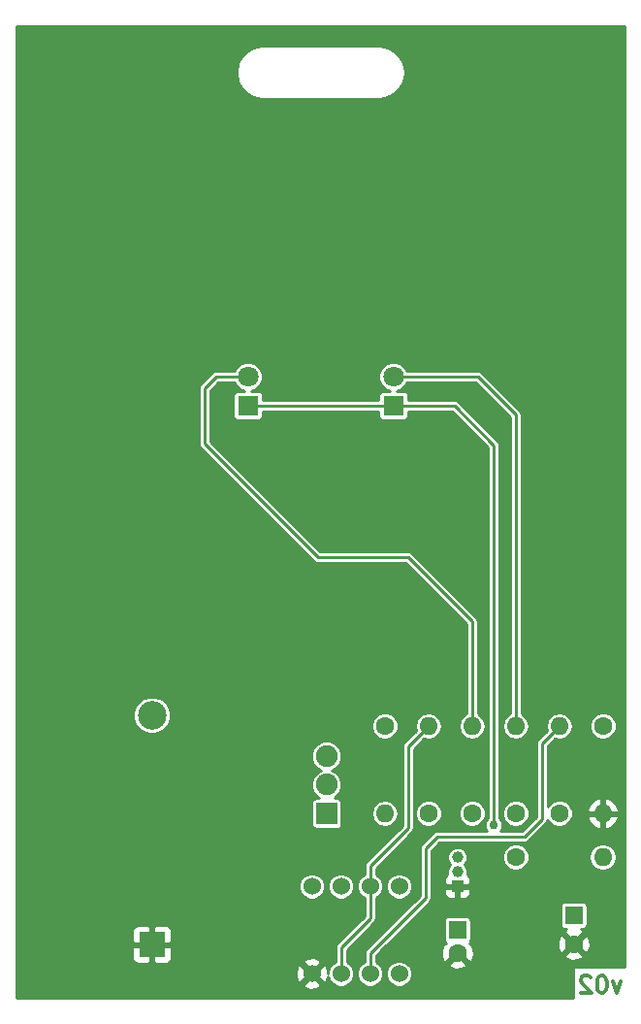
<source format=gbl>
G04 #@! TF.FileFunction,Copper,L2,Bot,Signal*
%FSLAX46Y46*%
G04 Gerber Fmt 4.6, Leading zero omitted, Abs format (unit mm)*
G04 Created by KiCad (PCBNEW 4.0.7) date 06/28/18 08:28:43*
%MOMM*%
%LPD*%
G01*
G04 APERTURE LIST*
%ADD10C,0.100000*%
%ADD11C,0.300000*%
%ADD12R,1.800000X1.800000*%
%ADD13C,1.800000*%
%ADD14C,1.524000*%
%ADD15R,1.600000X1.600000*%
%ADD16C,1.600000*%
%ADD17R,1.000000X1.000000*%
%ADD18C,1.000000*%
%ADD19O,1.600000X1.600000*%
%ADD20R,2.170000X2.170000*%
%ADD21C,2.500000*%
%ADD22R,1.900000X1.900000*%
%ADD23C,1.900000*%
%ADD24C,0.762000*%
%ADD25C,0.254000*%
G04 APERTURE END LIST*
D10*
D11*
X180125714Y-125154571D02*
X179768571Y-126154571D01*
X179411429Y-125154571D01*
X178554286Y-124654571D02*
X178411429Y-124654571D01*
X178268572Y-124726000D01*
X178197143Y-124797429D01*
X178125714Y-124940286D01*
X178054286Y-125226000D01*
X178054286Y-125583143D01*
X178125714Y-125868857D01*
X178197143Y-126011714D01*
X178268572Y-126083143D01*
X178411429Y-126154571D01*
X178554286Y-126154571D01*
X178697143Y-126083143D01*
X178768572Y-126011714D01*
X178840000Y-125868857D01*
X178911429Y-125583143D01*
X178911429Y-125226000D01*
X178840000Y-124940286D01*
X178768572Y-124797429D01*
X178697143Y-124726000D01*
X178554286Y-124654571D01*
X177482858Y-124797429D02*
X177411429Y-124726000D01*
X177268572Y-124654571D01*
X176911429Y-124654571D01*
X176768572Y-124726000D01*
X176697143Y-124797429D01*
X176625715Y-124940286D01*
X176625715Y-125083143D01*
X176697143Y-125297429D01*
X177554286Y-126154571D01*
X176625715Y-126154571D01*
D12*
X147574000Y-74930000D03*
D13*
X147574000Y-72390000D03*
D14*
X153162000Y-124460000D03*
X155702000Y-124460000D03*
X158242000Y-124460000D03*
X160782000Y-124460000D03*
X160782000Y-116840000D03*
X158242000Y-116840000D03*
X155702000Y-116840000D03*
X153162000Y-116840000D03*
D15*
X165862000Y-120650000D03*
D16*
X165862000Y-122650000D03*
D15*
X176022000Y-119380000D03*
D16*
X176022000Y-121880000D03*
D12*
X160274000Y-74930000D03*
D13*
X160274000Y-72390000D03*
D17*
X165862000Y-116840000D03*
D18*
X165862000Y-115570000D03*
X165862000Y-114300000D03*
D16*
X159512000Y-102870000D03*
D19*
X159512000Y-110490000D03*
D16*
X163322000Y-110490000D03*
D19*
X163322000Y-102870000D03*
D16*
X174752000Y-110490000D03*
D19*
X174752000Y-102870000D03*
D16*
X178562000Y-102870000D03*
D19*
X178562000Y-110490000D03*
D16*
X170942000Y-114300000D03*
D19*
X178562000Y-114300000D03*
D16*
X167132000Y-110490000D03*
D19*
X167132000Y-102870000D03*
D16*
X170942000Y-110490000D03*
D19*
X170942000Y-102870000D03*
D20*
X139192000Y-121920000D03*
D21*
X139192000Y-101920000D03*
D22*
X154432000Y-110490000D03*
D23*
X154432000Y-107990000D03*
X154432000Y-105490000D03*
D24*
X169037000Y-111506000D03*
D25*
X160274000Y-74930000D02*
X147574000Y-74930000D01*
X169037000Y-92329000D02*
X169037000Y-78359000D01*
X169037000Y-111506000D02*
X169037000Y-92329000D01*
X165608000Y-74930000D02*
X160274000Y-74930000D01*
X169037000Y-78359000D02*
X165608000Y-74930000D01*
X158242000Y-116840000D02*
X158242000Y-115062000D01*
X161544000Y-104648000D02*
X163322000Y-102870000D01*
X161544000Y-111760000D02*
X161544000Y-104648000D01*
X158242000Y-115062000D02*
X161544000Y-111760000D01*
X155702000Y-124460000D02*
X155702000Y-122174000D01*
X158242000Y-119634000D02*
X158242000Y-116840000D01*
X155702000Y-122174000D02*
X158242000Y-119634000D01*
X147574000Y-72390000D02*
X144780000Y-72390000D01*
X167132000Y-93726000D02*
X167132000Y-102870000D01*
X161544000Y-88138000D02*
X167132000Y-93726000D01*
X153670000Y-88138000D02*
X161544000Y-88138000D01*
X143764000Y-78232000D02*
X153670000Y-88138000D01*
X143764000Y-73406000D02*
X143764000Y-78232000D01*
X144780000Y-72390000D02*
X143764000Y-73406000D01*
X170942000Y-102870000D02*
X170942000Y-75692000D01*
X167640000Y-72390000D02*
X160274000Y-72390000D01*
X170942000Y-75692000D02*
X167640000Y-72390000D01*
X158242000Y-124460000D02*
X158242000Y-122682000D01*
X173228000Y-104394000D02*
X174752000Y-102870000D01*
X173228000Y-110998000D02*
X173228000Y-104394000D01*
X171704000Y-112522000D02*
X173228000Y-110998000D01*
X164084000Y-112522000D02*
X171704000Y-112522000D01*
X163068000Y-113538000D02*
X164084000Y-112522000D01*
X163068000Y-117856000D02*
X163068000Y-113538000D01*
X158242000Y-122682000D02*
X163068000Y-117856000D01*
G36*
X180454300Y-123895000D02*
X175959001Y-123895000D01*
X175959001Y-126606300D01*
X127393700Y-126606300D01*
X127393700Y-125440213D01*
X152361392Y-125440213D01*
X152430857Y-125682397D01*
X152954302Y-125869144D01*
X153509368Y-125841362D01*
X153893143Y-125682397D01*
X153962608Y-125440213D01*
X153162000Y-124639605D01*
X152361392Y-125440213D01*
X127393700Y-125440213D01*
X127393700Y-124252302D01*
X151752856Y-124252302D01*
X151780638Y-124807368D01*
X151939603Y-125191143D01*
X152181787Y-125260608D01*
X152982395Y-124460000D01*
X153341605Y-124460000D01*
X154142213Y-125260608D01*
X154384397Y-125191143D01*
X154561852Y-124693742D01*
X154732446Y-125106612D01*
X155053697Y-125428423D01*
X155473646Y-125602801D01*
X155928359Y-125603198D01*
X156348612Y-125429554D01*
X156670423Y-125108303D01*
X156844801Y-124688354D01*
X156845198Y-124233641D01*
X156671554Y-123813388D01*
X156350303Y-123491577D01*
X156210000Y-123433318D01*
X156210000Y-122384420D01*
X158601210Y-119993211D01*
X158711330Y-119828404D01*
X158711331Y-119828403D01*
X158750000Y-119634000D01*
X158750000Y-117866827D01*
X158888612Y-117809554D01*
X159210423Y-117488303D01*
X159384801Y-117068354D01*
X159384802Y-117066359D01*
X159638802Y-117066359D01*
X159812446Y-117486612D01*
X160133697Y-117808423D01*
X160553646Y-117982801D01*
X161008359Y-117983198D01*
X161428612Y-117809554D01*
X161750423Y-117488303D01*
X161924801Y-117068354D01*
X161925198Y-116613641D01*
X161751554Y-116193388D01*
X161430303Y-115871577D01*
X161010354Y-115697199D01*
X160555641Y-115696802D01*
X160135388Y-115870446D01*
X159813577Y-116191697D01*
X159639199Y-116611646D01*
X159638802Y-117066359D01*
X159384802Y-117066359D01*
X159385198Y-116613641D01*
X159211554Y-116193388D01*
X158890303Y-115871577D01*
X158750000Y-115813318D01*
X158750000Y-115272420D01*
X161903210Y-112119210D01*
X162013331Y-111954404D01*
X162052000Y-111760000D01*
X162052000Y-110723885D01*
X162140796Y-110723885D01*
X162320213Y-111158109D01*
X162652144Y-111490619D01*
X163086054Y-111670794D01*
X163555885Y-111671204D01*
X163990109Y-111491787D01*
X164322619Y-111159856D01*
X164502794Y-110725946D01*
X164502795Y-110723885D01*
X165950796Y-110723885D01*
X166130213Y-111158109D01*
X166462144Y-111490619D01*
X166896054Y-111670794D01*
X167365885Y-111671204D01*
X167800109Y-111491787D01*
X168132619Y-111159856D01*
X168312794Y-110725946D01*
X168313204Y-110256115D01*
X168133787Y-109821891D01*
X167801856Y-109489381D01*
X167367946Y-109309206D01*
X166898115Y-109308796D01*
X166463891Y-109488213D01*
X166131381Y-109820144D01*
X165951206Y-110254054D01*
X165950796Y-110723885D01*
X164502795Y-110723885D01*
X164503204Y-110256115D01*
X164323787Y-109821891D01*
X163991856Y-109489381D01*
X163557946Y-109309206D01*
X163088115Y-109308796D01*
X162653891Y-109488213D01*
X162321381Y-109820144D01*
X162141206Y-110254054D01*
X162140796Y-110723885D01*
X162052000Y-110723885D01*
X162052000Y-104858420D01*
X162916868Y-103993552D01*
X163322000Y-104074137D01*
X163773949Y-103984239D01*
X164157093Y-103728230D01*
X164413102Y-103345086D01*
X164503000Y-102893137D01*
X164503000Y-102846863D01*
X164413102Y-102394914D01*
X164157093Y-102011770D01*
X163773949Y-101755761D01*
X163322000Y-101665863D01*
X162870051Y-101755761D01*
X162486907Y-102011770D01*
X162230898Y-102394914D01*
X162141000Y-102846863D01*
X162141000Y-102893137D01*
X162213908Y-103259672D01*
X161184790Y-104288790D01*
X161074669Y-104453597D01*
X161036000Y-104648000D01*
X161036000Y-111549580D01*
X157882790Y-114702790D01*
X157772669Y-114867597D01*
X157734000Y-115062000D01*
X157734000Y-115813173D01*
X157595388Y-115870446D01*
X157273577Y-116191697D01*
X157099199Y-116611646D01*
X157098802Y-117066359D01*
X157272446Y-117486612D01*
X157593697Y-117808423D01*
X157734000Y-117866682D01*
X157734000Y-119423579D01*
X155342790Y-121814790D01*
X155232669Y-121979597D01*
X155194000Y-122174000D01*
X155194000Y-123433173D01*
X155055388Y-123490446D01*
X154733577Y-123811697D01*
X154559199Y-124231646D01*
X154559030Y-124425660D01*
X154543362Y-124112632D01*
X154384397Y-123728857D01*
X154142213Y-123659392D01*
X153341605Y-124460000D01*
X152982395Y-124460000D01*
X152181787Y-123659392D01*
X151939603Y-123728857D01*
X151752856Y-124252302D01*
X127393700Y-124252302D01*
X127393700Y-122205750D01*
X137472000Y-122205750D01*
X137472000Y-123131309D01*
X137568673Y-123364698D01*
X137747301Y-123543327D01*
X137980690Y-123640000D01*
X138906250Y-123640000D01*
X139065000Y-123481250D01*
X139065000Y-122047000D01*
X139319000Y-122047000D01*
X139319000Y-123481250D01*
X139477750Y-123640000D01*
X140403310Y-123640000D01*
X140636699Y-123543327D01*
X140700238Y-123479787D01*
X152361392Y-123479787D01*
X153162000Y-124280395D01*
X153962608Y-123479787D01*
X153893143Y-123237603D01*
X153369698Y-123050856D01*
X152814632Y-123078638D01*
X152430857Y-123237603D01*
X152361392Y-123479787D01*
X140700238Y-123479787D01*
X140815327Y-123364698D01*
X140912000Y-123131309D01*
X140912000Y-122205750D01*
X140753250Y-122047000D01*
X139319000Y-122047000D01*
X139065000Y-122047000D01*
X137630750Y-122047000D01*
X137472000Y-122205750D01*
X127393700Y-122205750D01*
X127393700Y-120708691D01*
X137472000Y-120708691D01*
X137472000Y-121634250D01*
X137630750Y-121793000D01*
X139065000Y-121793000D01*
X139065000Y-120358750D01*
X139319000Y-120358750D01*
X139319000Y-121793000D01*
X140753250Y-121793000D01*
X140912000Y-121634250D01*
X140912000Y-120708691D01*
X140815327Y-120475302D01*
X140636699Y-120296673D01*
X140403310Y-120200000D01*
X139477750Y-120200000D01*
X139319000Y-120358750D01*
X139065000Y-120358750D01*
X138906250Y-120200000D01*
X137980690Y-120200000D01*
X137747301Y-120296673D01*
X137568673Y-120475302D01*
X137472000Y-120708691D01*
X127393700Y-120708691D01*
X127393700Y-117066359D01*
X152018802Y-117066359D01*
X152192446Y-117486612D01*
X152513697Y-117808423D01*
X152933646Y-117982801D01*
X153388359Y-117983198D01*
X153808612Y-117809554D01*
X154130423Y-117488303D01*
X154304801Y-117068354D01*
X154304802Y-117066359D01*
X154558802Y-117066359D01*
X154732446Y-117486612D01*
X155053697Y-117808423D01*
X155473646Y-117982801D01*
X155928359Y-117983198D01*
X156348612Y-117809554D01*
X156670423Y-117488303D01*
X156844801Y-117068354D01*
X156845198Y-116613641D01*
X156671554Y-116193388D01*
X156350303Y-115871577D01*
X155930354Y-115697199D01*
X155475641Y-115696802D01*
X155055388Y-115870446D01*
X154733577Y-116191697D01*
X154559199Y-116611646D01*
X154558802Y-117066359D01*
X154304802Y-117066359D01*
X154305198Y-116613641D01*
X154131554Y-116193388D01*
X153810303Y-115871577D01*
X153390354Y-115697199D01*
X152935641Y-115696802D01*
X152515388Y-115870446D01*
X152193577Y-116191697D01*
X152019199Y-116611646D01*
X152018802Y-117066359D01*
X127393700Y-117066359D01*
X127393700Y-109540000D01*
X153093536Y-109540000D01*
X153093536Y-111440000D01*
X153120103Y-111581190D01*
X153203546Y-111710865D01*
X153330866Y-111797859D01*
X153482000Y-111828464D01*
X155382000Y-111828464D01*
X155523190Y-111801897D01*
X155652865Y-111718454D01*
X155739859Y-111591134D01*
X155770464Y-111440000D01*
X155770464Y-110466863D01*
X158331000Y-110466863D01*
X158331000Y-110513137D01*
X158420898Y-110965086D01*
X158676907Y-111348230D01*
X159060051Y-111604239D01*
X159512000Y-111694137D01*
X159963949Y-111604239D01*
X160347093Y-111348230D01*
X160603102Y-110965086D01*
X160693000Y-110513137D01*
X160693000Y-110466863D01*
X160603102Y-110014914D01*
X160347093Y-109631770D01*
X159963949Y-109375761D01*
X159512000Y-109285863D01*
X159060051Y-109375761D01*
X158676907Y-109631770D01*
X158420898Y-110014914D01*
X158331000Y-110466863D01*
X155770464Y-110466863D01*
X155770464Y-109540000D01*
X155743897Y-109398810D01*
X155660454Y-109269135D01*
X155533134Y-109182141D01*
X155382000Y-109151536D01*
X155106284Y-109151536D01*
X155184966Y-109119025D01*
X155559709Y-108744935D01*
X155762769Y-108255914D01*
X155763231Y-107726409D01*
X155561025Y-107237034D01*
X155186935Y-106862291D01*
X154892306Y-106739950D01*
X155184966Y-106619025D01*
X155559709Y-106244935D01*
X155762769Y-105755914D01*
X155763231Y-105226409D01*
X155561025Y-104737034D01*
X155186935Y-104362291D01*
X154697914Y-104159231D01*
X154168409Y-104158769D01*
X153679034Y-104360975D01*
X153304291Y-104735065D01*
X153101231Y-105224086D01*
X153100769Y-105753591D01*
X153302975Y-106242966D01*
X153677065Y-106617709D01*
X153971694Y-106740050D01*
X153679034Y-106860975D01*
X153304291Y-107235065D01*
X153101231Y-107724086D01*
X153100769Y-108253591D01*
X153302975Y-108742966D01*
X153677065Y-109117709D01*
X153758529Y-109151536D01*
X153482000Y-109151536D01*
X153340810Y-109178103D01*
X153211135Y-109261546D01*
X153124141Y-109388866D01*
X153093536Y-109540000D01*
X127393700Y-109540000D01*
X127393700Y-102243003D01*
X137560718Y-102243003D01*
X137808499Y-102842680D01*
X138266907Y-103301888D01*
X138866151Y-103550716D01*
X139515003Y-103551282D01*
X140114680Y-103303501D01*
X140314644Y-103103885D01*
X158330796Y-103103885D01*
X158510213Y-103538109D01*
X158842144Y-103870619D01*
X159276054Y-104050794D01*
X159745885Y-104051204D01*
X160180109Y-103871787D01*
X160512619Y-103539856D01*
X160692794Y-103105946D01*
X160693204Y-102636115D01*
X160513787Y-102201891D01*
X160181856Y-101869381D01*
X159747946Y-101689206D01*
X159278115Y-101688796D01*
X158843891Y-101868213D01*
X158511381Y-102200144D01*
X158331206Y-102634054D01*
X158330796Y-103103885D01*
X140314644Y-103103885D01*
X140573888Y-102845093D01*
X140822716Y-102245849D01*
X140823282Y-101596997D01*
X140575501Y-100997320D01*
X140117093Y-100538112D01*
X139517849Y-100289284D01*
X138868997Y-100288718D01*
X138269320Y-100536499D01*
X137810112Y-100994907D01*
X137561284Y-101594151D01*
X137560718Y-102243003D01*
X127393700Y-102243003D01*
X127393700Y-73406000D01*
X143256000Y-73406000D01*
X143256000Y-78232000D01*
X143294669Y-78426403D01*
X143404790Y-78591210D01*
X153310790Y-88497211D01*
X153475597Y-88607331D01*
X153670000Y-88646000D01*
X161333580Y-88646000D01*
X166624000Y-93936421D01*
X166624000Y-101793213D01*
X166296907Y-102011770D01*
X166040898Y-102394914D01*
X165951000Y-102846863D01*
X165951000Y-102893137D01*
X166040898Y-103345086D01*
X166296907Y-103728230D01*
X166680051Y-103984239D01*
X167132000Y-104074137D01*
X167583949Y-103984239D01*
X167967093Y-103728230D01*
X168223102Y-103345086D01*
X168313000Y-102893137D01*
X168313000Y-102846863D01*
X168223102Y-102394914D01*
X167967093Y-102011770D01*
X167640000Y-101793213D01*
X167640000Y-93726000D01*
X167601331Y-93531597D01*
X167601331Y-93531596D01*
X167491210Y-93366789D01*
X161903210Y-87778790D01*
X161738403Y-87668669D01*
X161544000Y-87630000D01*
X153880421Y-87630000D01*
X144272000Y-78021580D01*
X144272000Y-73616420D01*
X144990420Y-72898000D01*
X146397857Y-72898000D01*
X146487388Y-73114680D01*
X146847425Y-73475345D01*
X147247656Y-73641536D01*
X146674000Y-73641536D01*
X146532810Y-73668103D01*
X146403135Y-73751546D01*
X146316141Y-73878866D01*
X146285536Y-74030000D01*
X146285536Y-75830000D01*
X146312103Y-75971190D01*
X146395546Y-76100865D01*
X146522866Y-76187859D01*
X146674000Y-76218464D01*
X148474000Y-76218464D01*
X148615190Y-76191897D01*
X148744865Y-76108454D01*
X148831859Y-75981134D01*
X148862464Y-75830000D01*
X148862464Y-75438000D01*
X158985536Y-75438000D01*
X158985536Y-75830000D01*
X159012103Y-75971190D01*
X159095546Y-76100865D01*
X159222866Y-76187859D01*
X159374000Y-76218464D01*
X161174000Y-76218464D01*
X161315190Y-76191897D01*
X161444865Y-76108454D01*
X161531859Y-75981134D01*
X161562464Y-75830000D01*
X161562464Y-75438000D01*
X165397580Y-75438000D01*
X168529000Y-78569420D01*
X168529000Y-110936424D01*
X168391385Y-111073798D01*
X168275133Y-111353764D01*
X168274868Y-111656906D01*
X168390632Y-111937074D01*
X168467424Y-112014000D01*
X164084000Y-112014000D01*
X163889597Y-112052669D01*
X163724790Y-112162790D01*
X162708790Y-113178790D01*
X162598669Y-113343597D01*
X162560000Y-113538000D01*
X162560000Y-117645580D01*
X157882790Y-122322790D01*
X157772669Y-122487597D01*
X157734000Y-122682000D01*
X157734000Y-123433173D01*
X157595388Y-123490446D01*
X157273577Y-123811697D01*
X157099199Y-124231646D01*
X157098802Y-124686359D01*
X157272446Y-125106612D01*
X157593697Y-125428423D01*
X158013646Y-125602801D01*
X158468359Y-125603198D01*
X158888612Y-125429554D01*
X159210423Y-125108303D01*
X159384801Y-124688354D01*
X159384802Y-124686359D01*
X159638802Y-124686359D01*
X159812446Y-125106612D01*
X160133697Y-125428423D01*
X160553646Y-125602801D01*
X161008359Y-125603198D01*
X161428612Y-125429554D01*
X161750423Y-125108303D01*
X161924801Y-124688354D01*
X161925198Y-124233641D01*
X161751554Y-123813388D01*
X161596182Y-123657745D01*
X165033861Y-123657745D01*
X165107995Y-123903864D01*
X165645223Y-124096965D01*
X166215454Y-124069778D01*
X166616005Y-123903864D01*
X166690139Y-123657745D01*
X165862000Y-122829605D01*
X165033861Y-123657745D01*
X161596182Y-123657745D01*
X161430303Y-123491577D01*
X161010354Y-123317199D01*
X160555641Y-123316802D01*
X160135388Y-123490446D01*
X159813577Y-123811697D01*
X159639199Y-124231646D01*
X159638802Y-124686359D01*
X159384802Y-124686359D01*
X159385198Y-124233641D01*
X159211554Y-123813388D01*
X158890303Y-123491577D01*
X158750000Y-123433318D01*
X158750000Y-122892420D01*
X159209197Y-122433223D01*
X164415035Y-122433223D01*
X164442222Y-123003454D01*
X164608136Y-123404005D01*
X164854255Y-123478139D01*
X165682395Y-122650000D01*
X165668252Y-122635858D01*
X165847858Y-122456252D01*
X165862000Y-122470395D01*
X165876142Y-122456252D01*
X166055748Y-122635858D01*
X166041605Y-122650000D01*
X166869745Y-123478139D01*
X167115864Y-123404005D01*
X167301428Y-122887745D01*
X175193861Y-122887745D01*
X175267995Y-123133864D01*
X175805223Y-123326965D01*
X176375454Y-123299778D01*
X176776005Y-123133864D01*
X176850139Y-122887745D01*
X176022000Y-122059605D01*
X175193861Y-122887745D01*
X167301428Y-122887745D01*
X167308965Y-122866777D01*
X167281778Y-122296546D01*
X167115864Y-121895995D01*
X166869747Y-121821861D01*
X166984622Y-121706986D01*
X166962588Y-121684952D01*
X166977434Y-121663223D01*
X174575035Y-121663223D01*
X174602222Y-122233454D01*
X174768136Y-122634005D01*
X175014255Y-122708139D01*
X175842395Y-121880000D01*
X176201605Y-121880000D01*
X177029745Y-122708139D01*
X177275864Y-122634005D01*
X177468965Y-122096777D01*
X177441778Y-121526546D01*
X177275864Y-121125995D01*
X177029745Y-121051861D01*
X176201605Y-121880000D01*
X175842395Y-121880000D01*
X175014255Y-121051861D01*
X174768136Y-121125995D01*
X174575035Y-121663223D01*
X166977434Y-121663223D01*
X167019859Y-121601134D01*
X167050464Y-121450000D01*
X167050464Y-119850000D01*
X167023897Y-119708810D01*
X166940454Y-119579135D01*
X166813134Y-119492141D01*
X166662000Y-119461536D01*
X165062000Y-119461536D01*
X164920810Y-119488103D01*
X164791135Y-119571546D01*
X164704141Y-119698866D01*
X164673536Y-119850000D01*
X164673536Y-121450000D01*
X164700103Y-121591190D01*
X164760819Y-121685545D01*
X164739378Y-121706986D01*
X164854253Y-121821861D01*
X164608136Y-121895995D01*
X164415035Y-122433223D01*
X159209197Y-122433223D01*
X163062420Y-118580000D01*
X174833536Y-118580000D01*
X174833536Y-120180000D01*
X174860103Y-120321190D01*
X174943546Y-120450865D01*
X175070866Y-120537859D01*
X175222000Y-120568464D01*
X175407227Y-120568464D01*
X175267995Y-120626136D01*
X175193861Y-120872255D01*
X176022000Y-121700395D01*
X176850139Y-120872255D01*
X176776005Y-120626136D01*
X176615555Y-120568464D01*
X176822000Y-120568464D01*
X176963190Y-120541897D01*
X177092865Y-120458454D01*
X177179859Y-120331134D01*
X177210464Y-120180000D01*
X177210464Y-118580000D01*
X177183897Y-118438810D01*
X177100454Y-118309135D01*
X176973134Y-118222141D01*
X176822000Y-118191536D01*
X175222000Y-118191536D01*
X175080810Y-118218103D01*
X174951135Y-118301546D01*
X174864141Y-118428866D01*
X174833536Y-118580000D01*
X163062420Y-118580000D01*
X163427210Y-118215210D01*
X163537331Y-118050403D01*
X163576000Y-117856000D01*
X163576000Y-117125750D01*
X164727000Y-117125750D01*
X164727000Y-117466309D01*
X164823673Y-117699698D01*
X165002301Y-117878327D01*
X165235690Y-117975000D01*
X165576250Y-117975000D01*
X165735000Y-117816250D01*
X165735000Y-116967000D01*
X165989000Y-116967000D01*
X165989000Y-117816250D01*
X166147750Y-117975000D01*
X166488310Y-117975000D01*
X166721699Y-117878327D01*
X166900327Y-117699698D01*
X166997000Y-117466309D01*
X166997000Y-117125750D01*
X166838250Y-116967000D01*
X165989000Y-116967000D01*
X165735000Y-116967000D01*
X164885750Y-116967000D01*
X164727000Y-117125750D01*
X163576000Y-117125750D01*
X163576000Y-116213691D01*
X164727000Y-116213691D01*
X164727000Y-116554250D01*
X164885750Y-116713000D01*
X165735000Y-116713000D01*
X165735000Y-116693000D01*
X165989000Y-116693000D01*
X165989000Y-116713000D01*
X166838250Y-116713000D01*
X166997000Y-116554250D01*
X166997000Y-116213691D01*
X166900327Y-115980302D01*
X166721699Y-115801673D01*
X166720022Y-115800979D01*
X166742847Y-115746011D01*
X166743153Y-115395527D01*
X166609311Y-115071605D01*
X166472923Y-114934979D01*
X166608440Y-114799698D01*
X166718815Y-114533885D01*
X169760796Y-114533885D01*
X169940213Y-114968109D01*
X170272144Y-115300619D01*
X170706054Y-115480794D01*
X171175885Y-115481204D01*
X171610109Y-115301787D01*
X171942619Y-114969856D01*
X172122794Y-114535946D01*
X172122999Y-114300000D01*
X177357863Y-114300000D01*
X177447761Y-114751949D01*
X177703770Y-115135093D01*
X178086914Y-115391102D01*
X178538863Y-115481000D01*
X178585137Y-115481000D01*
X179037086Y-115391102D01*
X179420230Y-115135093D01*
X179676239Y-114751949D01*
X179766137Y-114300000D01*
X179676239Y-113848051D01*
X179420230Y-113464907D01*
X179037086Y-113208898D01*
X178585137Y-113119000D01*
X178538863Y-113119000D01*
X178086914Y-113208898D01*
X177703770Y-113464907D01*
X177447761Y-113848051D01*
X177357863Y-114300000D01*
X172122999Y-114300000D01*
X172123204Y-114066115D01*
X171943787Y-113631891D01*
X171611856Y-113299381D01*
X171177946Y-113119206D01*
X170708115Y-113118796D01*
X170273891Y-113298213D01*
X169941381Y-113630144D01*
X169761206Y-114064054D01*
X169760796Y-114533885D01*
X166718815Y-114533885D01*
X166742847Y-114476011D01*
X166743153Y-114125527D01*
X166609311Y-113801605D01*
X166361698Y-113553560D01*
X166038011Y-113419153D01*
X165687527Y-113418847D01*
X165363605Y-113552689D01*
X165115560Y-113800302D01*
X164981153Y-114123989D01*
X164980847Y-114474473D01*
X165114689Y-114798395D01*
X165251077Y-114935021D01*
X165115560Y-115070302D01*
X164981153Y-115393989D01*
X164980847Y-115744473D01*
X165004163Y-115800902D01*
X165002301Y-115801673D01*
X164823673Y-115980302D01*
X164727000Y-116213691D01*
X163576000Y-116213691D01*
X163576000Y-113748420D01*
X164294420Y-113030000D01*
X171704000Y-113030000D01*
X171898403Y-112991331D01*
X172063210Y-112881210D01*
X173587210Y-111357211D01*
X173697330Y-111192404D01*
X173697331Y-111192403D01*
X173719121Y-111082859D01*
X173750213Y-111158109D01*
X174082144Y-111490619D01*
X174516054Y-111670794D01*
X174985885Y-111671204D01*
X175420109Y-111491787D01*
X175752619Y-111159856D01*
X175885832Y-110839041D01*
X177170086Y-110839041D01*
X177409611Y-111345134D01*
X177824577Y-111721041D01*
X178212961Y-111881904D01*
X178435000Y-111759915D01*
X178435000Y-110617000D01*
X178689000Y-110617000D01*
X178689000Y-111759915D01*
X178911039Y-111881904D01*
X179299423Y-111721041D01*
X179714389Y-111345134D01*
X179953914Y-110839041D01*
X179832629Y-110617000D01*
X178689000Y-110617000D01*
X178435000Y-110617000D01*
X177291371Y-110617000D01*
X177170086Y-110839041D01*
X175885832Y-110839041D01*
X175932794Y-110725946D01*
X175933204Y-110256115D01*
X175885623Y-110140959D01*
X177170086Y-110140959D01*
X177291371Y-110363000D01*
X178435000Y-110363000D01*
X178435000Y-109220085D01*
X178689000Y-109220085D01*
X178689000Y-110363000D01*
X179832629Y-110363000D01*
X179953914Y-110140959D01*
X179714389Y-109634866D01*
X179299423Y-109258959D01*
X178911039Y-109098096D01*
X178689000Y-109220085D01*
X178435000Y-109220085D01*
X178212961Y-109098096D01*
X177824577Y-109258959D01*
X177409611Y-109634866D01*
X177170086Y-110140959D01*
X175885623Y-110140959D01*
X175753787Y-109821891D01*
X175421856Y-109489381D01*
X174987946Y-109309206D01*
X174518115Y-109308796D01*
X174083891Y-109488213D01*
X173751381Y-109820144D01*
X173736000Y-109857186D01*
X173736000Y-104604420D01*
X174346869Y-103993552D01*
X174752000Y-104074137D01*
X175203949Y-103984239D01*
X175587093Y-103728230D01*
X175843102Y-103345086D01*
X175891079Y-103103885D01*
X177380796Y-103103885D01*
X177560213Y-103538109D01*
X177892144Y-103870619D01*
X178326054Y-104050794D01*
X178795885Y-104051204D01*
X179230109Y-103871787D01*
X179562619Y-103539856D01*
X179742794Y-103105946D01*
X179743204Y-102636115D01*
X179563787Y-102201891D01*
X179231856Y-101869381D01*
X178797946Y-101689206D01*
X178328115Y-101688796D01*
X177893891Y-101868213D01*
X177561381Y-102200144D01*
X177381206Y-102634054D01*
X177380796Y-103103885D01*
X175891079Y-103103885D01*
X175933000Y-102893137D01*
X175933000Y-102846863D01*
X175843102Y-102394914D01*
X175587093Y-102011770D01*
X175203949Y-101755761D01*
X174752000Y-101665863D01*
X174300051Y-101755761D01*
X173916907Y-102011770D01*
X173660898Y-102394914D01*
X173571000Y-102846863D01*
X173571000Y-102893137D01*
X173643908Y-103259671D01*
X172868790Y-104034790D01*
X172758669Y-104199597D01*
X172720000Y-104394000D01*
X172720000Y-110787579D01*
X171493580Y-112014000D01*
X169606684Y-112014000D01*
X169682615Y-111938202D01*
X169798867Y-111658236D01*
X169799132Y-111355094D01*
X169683368Y-111074926D01*
X169545000Y-110936316D01*
X169545000Y-110723885D01*
X169760796Y-110723885D01*
X169940213Y-111158109D01*
X170272144Y-111490619D01*
X170706054Y-111670794D01*
X171175885Y-111671204D01*
X171610109Y-111491787D01*
X171942619Y-111159856D01*
X172122794Y-110725946D01*
X172123204Y-110256115D01*
X171943787Y-109821891D01*
X171611856Y-109489381D01*
X171177946Y-109309206D01*
X170708115Y-109308796D01*
X170273891Y-109488213D01*
X169941381Y-109820144D01*
X169761206Y-110254054D01*
X169760796Y-110723885D01*
X169545000Y-110723885D01*
X169545000Y-78359000D01*
X169506331Y-78164597D01*
X169506331Y-78164596D01*
X169396210Y-77999790D01*
X165967210Y-74570790D01*
X165802403Y-74460669D01*
X165608000Y-74422000D01*
X161562464Y-74422000D01*
X161562464Y-74030000D01*
X161535897Y-73888810D01*
X161452454Y-73759135D01*
X161325134Y-73672141D01*
X161174000Y-73641536D01*
X160599534Y-73641536D01*
X160998680Y-73476612D01*
X161359345Y-73116575D01*
X161450106Y-72898000D01*
X167429580Y-72898000D01*
X170434000Y-75902420D01*
X170434000Y-101793213D01*
X170106907Y-102011770D01*
X169850898Y-102394914D01*
X169761000Y-102846863D01*
X169761000Y-102893137D01*
X169850898Y-103345086D01*
X170106907Y-103728230D01*
X170490051Y-103984239D01*
X170942000Y-104074137D01*
X171393949Y-103984239D01*
X171777093Y-103728230D01*
X172033102Y-103345086D01*
X172123000Y-102893137D01*
X172123000Y-102846863D01*
X172033102Y-102394914D01*
X171777093Y-102011770D01*
X171450000Y-101793213D01*
X171450000Y-75692000D01*
X171411331Y-75497597D01*
X171411331Y-75497596D01*
X171301210Y-75332790D01*
X167999210Y-72030790D01*
X167834403Y-71920669D01*
X167640000Y-71882000D01*
X161450143Y-71882000D01*
X161360612Y-71665320D01*
X161000575Y-71304655D01*
X160529924Y-71109223D01*
X160020311Y-71108778D01*
X159549320Y-71303388D01*
X159188655Y-71663425D01*
X158993223Y-72134076D01*
X158992778Y-72643689D01*
X159187388Y-73114680D01*
X159547425Y-73475345D01*
X159947656Y-73641536D01*
X159374000Y-73641536D01*
X159232810Y-73668103D01*
X159103135Y-73751546D01*
X159016141Y-73878866D01*
X158985536Y-74030000D01*
X158985536Y-74422000D01*
X148862464Y-74422000D01*
X148862464Y-74030000D01*
X148835897Y-73888810D01*
X148752454Y-73759135D01*
X148625134Y-73672141D01*
X148474000Y-73641536D01*
X147899534Y-73641536D01*
X148298680Y-73476612D01*
X148659345Y-73116575D01*
X148854777Y-72645924D01*
X148855222Y-72136311D01*
X148660612Y-71665320D01*
X148300575Y-71304655D01*
X147829924Y-71109223D01*
X147320311Y-71108778D01*
X146849320Y-71303388D01*
X146488655Y-71663425D01*
X146397894Y-71882000D01*
X144780000Y-71882000D01*
X144585597Y-71920669D01*
X144420790Y-72030790D01*
X143404790Y-73046790D01*
X143294669Y-73211597D01*
X143256000Y-73406000D01*
X127393700Y-73406000D01*
X127393700Y-45770193D01*
X146552865Y-45770193D01*
X146552865Y-45923807D01*
X146697874Y-46652819D01*
X146732310Y-46735954D01*
X146756660Y-46794740D01*
X147169613Y-47412766D01*
X147278234Y-47521387D01*
X147896259Y-47934340D01*
X147979395Y-47968776D01*
X148038181Y-47993126D01*
X148767193Y-48138135D01*
X148805969Y-48138135D01*
X148844000Y-48145700D01*
X159004000Y-48145700D01*
X159042031Y-48138135D01*
X159080807Y-48138135D01*
X159809819Y-47993126D01*
X159892954Y-47958690D01*
X159951740Y-47934340D01*
X160569766Y-47521387D01*
X160678387Y-47412766D01*
X161091340Y-46794741D01*
X161125776Y-46711605D01*
X161150126Y-46652819D01*
X161295135Y-45923807D01*
X161295135Y-45770193D01*
X161150126Y-45041181D01*
X161125776Y-44982395D01*
X161091340Y-44899259D01*
X160678387Y-44281234D01*
X160569766Y-44172613D01*
X159951740Y-43759660D01*
X159863894Y-43723273D01*
X159809819Y-43700874D01*
X159080807Y-43555865D01*
X159042031Y-43555865D01*
X159004000Y-43548300D01*
X148844000Y-43548300D01*
X148805969Y-43555865D01*
X148767193Y-43555865D01*
X148038181Y-43700874D01*
X147984106Y-43723273D01*
X147896259Y-43759660D01*
X147278234Y-44172613D01*
X147169613Y-44281234D01*
X146756660Y-44899260D01*
X146756660Y-44899261D01*
X146697874Y-45041181D01*
X146552865Y-45770193D01*
X127393700Y-45770193D01*
X127393700Y-41795700D01*
X180454300Y-41795700D01*
X180454300Y-123895000D01*
X180454300Y-123895000D01*
G37*
X180454300Y-123895000D02*
X175959001Y-123895000D01*
X175959001Y-126606300D01*
X127393700Y-126606300D01*
X127393700Y-125440213D01*
X152361392Y-125440213D01*
X152430857Y-125682397D01*
X152954302Y-125869144D01*
X153509368Y-125841362D01*
X153893143Y-125682397D01*
X153962608Y-125440213D01*
X153162000Y-124639605D01*
X152361392Y-125440213D01*
X127393700Y-125440213D01*
X127393700Y-124252302D01*
X151752856Y-124252302D01*
X151780638Y-124807368D01*
X151939603Y-125191143D01*
X152181787Y-125260608D01*
X152982395Y-124460000D01*
X153341605Y-124460000D01*
X154142213Y-125260608D01*
X154384397Y-125191143D01*
X154561852Y-124693742D01*
X154732446Y-125106612D01*
X155053697Y-125428423D01*
X155473646Y-125602801D01*
X155928359Y-125603198D01*
X156348612Y-125429554D01*
X156670423Y-125108303D01*
X156844801Y-124688354D01*
X156845198Y-124233641D01*
X156671554Y-123813388D01*
X156350303Y-123491577D01*
X156210000Y-123433318D01*
X156210000Y-122384420D01*
X158601210Y-119993211D01*
X158711330Y-119828404D01*
X158711331Y-119828403D01*
X158750000Y-119634000D01*
X158750000Y-117866827D01*
X158888612Y-117809554D01*
X159210423Y-117488303D01*
X159384801Y-117068354D01*
X159384802Y-117066359D01*
X159638802Y-117066359D01*
X159812446Y-117486612D01*
X160133697Y-117808423D01*
X160553646Y-117982801D01*
X161008359Y-117983198D01*
X161428612Y-117809554D01*
X161750423Y-117488303D01*
X161924801Y-117068354D01*
X161925198Y-116613641D01*
X161751554Y-116193388D01*
X161430303Y-115871577D01*
X161010354Y-115697199D01*
X160555641Y-115696802D01*
X160135388Y-115870446D01*
X159813577Y-116191697D01*
X159639199Y-116611646D01*
X159638802Y-117066359D01*
X159384802Y-117066359D01*
X159385198Y-116613641D01*
X159211554Y-116193388D01*
X158890303Y-115871577D01*
X158750000Y-115813318D01*
X158750000Y-115272420D01*
X161903210Y-112119210D01*
X162013331Y-111954404D01*
X162052000Y-111760000D01*
X162052000Y-110723885D01*
X162140796Y-110723885D01*
X162320213Y-111158109D01*
X162652144Y-111490619D01*
X163086054Y-111670794D01*
X163555885Y-111671204D01*
X163990109Y-111491787D01*
X164322619Y-111159856D01*
X164502794Y-110725946D01*
X164502795Y-110723885D01*
X165950796Y-110723885D01*
X166130213Y-111158109D01*
X166462144Y-111490619D01*
X166896054Y-111670794D01*
X167365885Y-111671204D01*
X167800109Y-111491787D01*
X168132619Y-111159856D01*
X168312794Y-110725946D01*
X168313204Y-110256115D01*
X168133787Y-109821891D01*
X167801856Y-109489381D01*
X167367946Y-109309206D01*
X166898115Y-109308796D01*
X166463891Y-109488213D01*
X166131381Y-109820144D01*
X165951206Y-110254054D01*
X165950796Y-110723885D01*
X164502795Y-110723885D01*
X164503204Y-110256115D01*
X164323787Y-109821891D01*
X163991856Y-109489381D01*
X163557946Y-109309206D01*
X163088115Y-109308796D01*
X162653891Y-109488213D01*
X162321381Y-109820144D01*
X162141206Y-110254054D01*
X162140796Y-110723885D01*
X162052000Y-110723885D01*
X162052000Y-104858420D01*
X162916868Y-103993552D01*
X163322000Y-104074137D01*
X163773949Y-103984239D01*
X164157093Y-103728230D01*
X164413102Y-103345086D01*
X164503000Y-102893137D01*
X164503000Y-102846863D01*
X164413102Y-102394914D01*
X164157093Y-102011770D01*
X163773949Y-101755761D01*
X163322000Y-101665863D01*
X162870051Y-101755761D01*
X162486907Y-102011770D01*
X162230898Y-102394914D01*
X162141000Y-102846863D01*
X162141000Y-102893137D01*
X162213908Y-103259672D01*
X161184790Y-104288790D01*
X161074669Y-104453597D01*
X161036000Y-104648000D01*
X161036000Y-111549580D01*
X157882790Y-114702790D01*
X157772669Y-114867597D01*
X157734000Y-115062000D01*
X157734000Y-115813173D01*
X157595388Y-115870446D01*
X157273577Y-116191697D01*
X157099199Y-116611646D01*
X157098802Y-117066359D01*
X157272446Y-117486612D01*
X157593697Y-117808423D01*
X157734000Y-117866682D01*
X157734000Y-119423579D01*
X155342790Y-121814790D01*
X155232669Y-121979597D01*
X155194000Y-122174000D01*
X155194000Y-123433173D01*
X155055388Y-123490446D01*
X154733577Y-123811697D01*
X154559199Y-124231646D01*
X154559030Y-124425660D01*
X154543362Y-124112632D01*
X154384397Y-123728857D01*
X154142213Y-123659392D01*
X153341605Y-124460000D01*
X152982395Y-124460000D01*
X152181787Y-123659392D01*
X151939603Y-123728857D01*
X151752856Y-124252302D01*
X127393700Y-124252302D01*
X127393700Y-122205750D01*
X137472000Y-122205750D01*
X137472000Y-123131309D01*
X137568673Y-123364698D01*
X137747301Y-123543327D01*
X137980690Y-123640000D01*
X138906250Y-123640000D01*
X139065000Y-123481250D01*
X139065000Y-122047000D01*
X139319000Y-122047000D01*
X139319000Y-123481250D01*
X139477750Y-123640000D01*
X140403310Y-123640000D01*
X140636699Y-123543327D01*
X140700238Y-123479787D01*
X152361392Y-123479787D01*
X153162000Y-124280395D01*
X153962608Y-123479787D01*
X153893143Y-123237603D01*
X153369698Y-123050856D01*
X152814632Y-123078638D01*
X152430857Y-123237603D01*
X152361392Y-123479787D01*
X140700238Y-123479787D01*
X140815327Y-123364698D01*
X140912000Y-123131309D01*
X140912000Y-122205750D01*
X140753250Y-122047000D01*
X139319000Y-122047000D01*
X139065000Y-122047000D01*
X137630750Y-122047000D01*
X137472000Y-122205750D01*
X127393700Y-122205750D01*
X127393700Y-120708691D01*
X137472000Y-120708691D01*
X137472000Y-121634250D01*
X137630750Y-121793000D01*
X139065000Y-121793000D01*
X139065000Y-120358750D01*
X139319000Y-120358750D01*
X139319000Y-121793000D01*
X140753250Y-121793000D01*
X140912000Y-121634250D01*
X140912000Y-120708691D01*
X140815327Y-120475302D01*
X140636699Y-120296673D01*
X140403310Y-120200000D01*
X139477750Y-120200000D01*
X139319000Y-120358750D01*
X139065000Y-120358750D01*
X138906250Y-120200000D01*
X137980690Y-120200000D01*
X137747301Y-120296673D01*
X137568673Y-120475302D01*
X137472000Y-120708691D01*
X127393700Y-120708691D01*
X127393700Y-117066359D01*
X152018802Y-117066359D01*
X152192446Y-117486612D01*
X152513697Y-117808423D01*
X152933646Y-117982801D01*
X153388359Y-117983198D01*
X153808612Y-117809554D01*
X154130423Y-117488303D01*
X154304801Y-117068354D01*
X154304802Y-117066359D01*
X154558802Y-117066359D01*
X154732446Y-117486612D01*
X155053697Y-117808423D01*
X155473646Y-117982801D01*
X155928359Y-117983198D01*
X156348612Y-117809554D01*
X156670423Y-117488303D01*
X156844801Y-117068354D01*
X156845198Y-116613641D01*
X156671554Y-116193388D01*
X156350303Y-115871577D01*
X155930354Y-115697199D01*
X155475641Y-115696802D01*
X155055388Y-115870446D01*
X154733577Y-116191697D01*
X154559199Y-116611646D01*
X154558802Y-117066359D01*
X154304802Y-117066359D01*
X154305198Y-116613641D01*
X154131554Y-116193388D01*
X153810303Y-115871577D01*
X153390354Y-115697199D01*
X152935641Y-115696802D01*
X152515388Y-115870446D01*
X152193577Y-116191697D01*
X152019199Y-116611646D01*
X152018802Y-117066359D01*
X127393700Y-117066359D01*
X127393700Y-109540000D01*
X153093536Y-109540000D01*
X153093536Y-111440000D01*
X153120103Y-111581190D01*
X153203546Y-111710865D01*
X153330866Y-111797859D01*
X153482000Y-111828464D01*
X155382000Y-111828464D01*
X155523190Y-111801897D01*
X155652865Y-111718454D01*
X155739859Y-111591134D01*
X155770464Y-111440000D01*
X155770464Y-110466863D01*
X158331000Y-110466863D01*
X158331000Y-110513137D01*
X158420898Y-110965086D01*
X158676907Y-111348230D01*
X159060051Y-111604239D01*
X159512000Y-111694137D01*
X159963949Y-111604239D01*
X160347093Y-111348230D01*
X160603102Y-110965086D01*
X160693000Y-110513137D01*
X160693000Y-110466863D01*
X160603102Y-110014914D01*
X160347093Y-109631770D01*
X159963949Y-109375761D01*
X159512000Y-109285863D01*
X159060051Y-109375761D01*
X158676907Y-109631770D01*
X158420898Y-110014914D01*
X158331000Y-110466863D01*
X155770464Y-110466863D01*
X155770464Y-109540000D01*
X155743897Y-109398810D01*
X155660454Y-109269135D01*
X155533134Y-109182141D01*
X155382000Y-109151536D01*
X155106284Y-109151536D01*
X155184966Y-109119025D01*
X155559709Y-108744935D01*
X155762769Y-108255914D01*
X155763231Y-107726409D01*
X155561025Y-107237034D01*
X155186935Y-106862291D01*
X154892306Y-106739950D01*
X155184966Y-106619025D01*
X155559709Y-106244935D01*
X155762769Y-105755914D01*
X155763231Y-105226409D01*
X155561025Y-104737034D01*
X155186935Y-104362291D01*
X154697914Y-104159231D01*
X154168409Y-104158769D01*
X153679034Y-104360975D01*
X153304291Y-104735065D01*
X153101231Y-105224086D01*
X153100769Y-105753591D01*
X153302975Y-106242966D01*
X153677065Y-106617709D01*
X153971694Y-106740050D01*
X153679034Y-106860975D01*
X153304291Y-107235065D01*
X153101231Y-107724086D01*
X153100769Y-108253591D01*
X153302975Y-108742966D01*
X153677065Y-109117709D01*
X153758529Y-109151536D01*
X153482000Y-109151536D01*
X153340810Y-109178103D01*
X153211135Y-109261546D01*
X153124141Y-109388866D01*
X153093536Y-109540000D01*
X127393700Y-109540000D01*
X127393700Y-102243003D01*
X137560718Y-102243003D01*
X137808499Y-102842680D01*
X138266907Y-103301888D01*
X138866151Y-103550716D01*
X139515003Y-103551282D01*
X140114680Y-103303501D01*
X140314644Y-103103885D01*
X158330796Y-103103885D01*
X158510213Y-103538109D01*
X158842144Y-103870619D01*
X159276054Y-104050794D01*
X159745885Y-104051204D01*
X160180109Y-103871787D01*
X160512619Y-103539856D01*
X160692794Y-103105946D01*
X160693204Y-102636115D01*
X160513787Y-102201891D01*
X160181856Y-101869381D01*
X159747946Y-101689206D01*
X159278115Y-101688796D01*
X158843891Y-101868213D01*
X158511381Y-102200144D01*
X158331206Y-102634054D01*
X158330796Y-103103885D01*
X140314644Y-103103885D01*
X140573888Y-102845093D01*
X140822716Y-102245849D01*
X140823282Y-101596997D01*
X140575501Y-100997320D01*
X140117093Y-100538112D01*
X139517849Y-100289284D01*
X138868997Y-100288718D01*
X138269320Y-100536499D01*
X137810112Y-100994907D01*
X137561284Y-101594151D01*
X137560718Y-102243003D01*
X127393700Y-102243003D01*
X127393700Y-73406000D01*
X143256000Y-73406000D01*
X143256000Y-78232000D01*
X143294669Y-78426403D01*
X143404790Y-78591210D01*
X153310790Y-88497211D01*
X153475597Y-88607331D01*
X153670000Y-88646000D01*
X161333580Y-88646000D01*
X166624000Y-93936421D01*
X166624000Y-101793213D01*
X166296907Y-102011770D01*
X166040898Y-102394914D01*
X165951000Y-102846863D01*
X165951000Y-102893137D01*
X166040898Y-103345086D01*
X166296907Y-103728230D01*
X166680051Y-103984239D01*
X167132000Y-104074137D01*
X167583949Y-103984239D01*
X167967093Y-103728230D01*
X168223102Y-103345086D01*
X168313000Y-102893137D01*
X168313000Y-102846863D01*
X168223102Y-102394914D01*
X167967093Y-102011770D01*
X167640000Y-101793213D01*
X167640000Y-93726000D01*
X167601331Y-93531597D01*
X167601331Y-93531596D01*
X167491210Y-93366789D01*
X161903210Y-87778790D01*
X161738403Y-87668669D01*
X161544000Y-87630000D01*
X153880421Y-87630000D01*
X144272000Y-78021580D01*
X144272000Y-73616420D01*
X144990420Y-72898000D01*
X146397857Y-72898000D01*
X146487388Y-73114680D01*
X146847425Y-73475345D01*
X147247656Y-73641536D01*
X146674000Y-73641536D01*
X146532810Y-73668103D01*
X146403135Y-73751546D01*
X146316141Y-73878866D01*
X146285536Y-74030000D01*
X146285536Y-75830000D01*
X146312103Y-75971190D01*
X146395546Y-76100865D01*
X146522866Y-76187859D01*
X146674000Y-76218464D01*
X148474000Y-76218464D01*
X148615190Y-76191897D01*
X148744865Y-76108454D01*
X148831859Y-75981134D01*
X148862464Y-75830000D01*
X148862464Y-75438000D01*
X158985536Y-75438000D01*
X158985536Y-75830000D01*
X159012103Y-75971190D01*
X159095546Y-76100865D01*
X159222866Y-76187859D01*
X159374000Y-76218464D01*
X161174000Y-76218464D01*
X161315190Y-76191897D01*
X161444865Y-76108454D01*
X161531859Y-75981134D01*
X161562464Y-75830000D01*
X161562464Y-75438000D01*
X165397580Y-75438000D01*
X168529000Y-78569420D01*
X168529000Y-110936424D01*
X168391385Y-111073798D01*
X168275133Y-111353764D01*
X168274868Y-111656906D01*
X168390632Y-111937074D01*
X168467424Y-112014000D01*
X164084000Y-112014000D01*
X163889597Y-112052669D01*
X163724790Y-112162790D01*
X162708790Y-113178790D01*
X162598669Y-113343597D01*
X162560000Y-113538000D01*
X162560000Y-117645580D01*
X157882790Y-122322790D01*
X157772669Y-122487597D01*
X157734000Y-122682000D01*
X157734000Y-123433173D01*
X157595388Y-123490446D01*
X157273577Y-123811697D01*
X157099199Y-124231646D01*
X157098802Y-124686359D01*
X157272446Y-125106612D01*
X157593697Y-125428423D01*
X158013646Y-125602801D01*
X158468359Y-125603198D01*
X158888612Y-125429554D01*
X159210423Y-125108303D01*
X159384801Y-124688354D01*
X159384802Y-124686359D01*
X159638802Y-124686359D01*
X159812446Y-125106612D01*
X160133697Y-125428423D01*
X160553646Y-125602801D01*
X161008359Y-125603198D01*
X161428612Y-125429554D01*
X161750423Y-125108303D01*
X161924801Y-124688354D01*
X161925198Y-124233641D01*
X161751554Y-123813388D01*
X161596182Y-123657745D01*
X165033861Y-123657745D01*
X165107995Y-123903864D01*
X165645223Y-124096965D01*
X166215454Y-124069778D01*
X166616005Y-123903864D01*
X166690139Y-123657745D01*
X165862000Y-122829605D01*
X165033861Y-123657745D01*
X161596182Y-123657745D01*
X161430303Y-123491577D01*
X161010354Y-123317199D01*
X160555641Y-123316802D01*
X160135388Y-123490446D01*
X159813577Y-123811697D01*
X159639199Y-124231646D01*
X159638802Y-124686359D01*
X159384802Y-124686359D01*
X159385198Y-124233641D01*
X159211554Y-123813388D01*
X158890303Y-123491577D01*
X158750000Y-123433318D01*
X158750000Y-122892420D01*
X159209197Y-122433223D01*
X164415035Y-122433223D01*
X164442222Y-123003454D01*
X164608136Y-123404005D01*
X164854255Y-123478139D01*
X165682395Y-122650000D01*
X165668252Y-122635858D01*
X165847858Y-122456252D01*
X165862000Y-122470395D01*
X165876142Y-122456252D01*
X166055748Y-122635858D01*
X166041605Y-122650000D01*
X166869745Y-123478139D01*
X167115864Y-123404005D01*
X167301428Y-122887745D01*
X175193861Y-122887745D01*
X175267995Y-123133864D01*
X175805223Y-123326965D01*
X176375454Y-123299778D01*
X176776005Y-123133864D01*
X176850139Y-122887745D01*
X176022000Y-122059605D01*
X175193861Y-122887745D01*
X167301428Y-122887745D01*
X167308965Y-122866777D01*
X167281778Y-122296546D01*
X167115864Y-121895995D01*
X166869747Y-121821861D01*
X166984622Y-121706986D01*
X166962588Y-121684952D01*
X166977434Y-121663223D01*
X174575035Y-121663223D01*
X174602222Y-122233454D01*
X174768136Y-122634005D01*
X175014255Y-122708139D01*
X175842395Y-121880000D01*
X176201605Y-121880000D01*
X177029745Y-122708139D01*
X177275864Y-122634005D01*
X177468965Y-122096777D01*
X177441778Y-121526546D01*
X177275864Y-121125995D01*
X177029745Y-121051861D01*
X176201605Y-121880000D01*
X175842395Y-121880000D01*
X175014255Y-121051861D01*
X174768136Y-121125995D01*
X174575035Y-121663223D01*
X166977434Y-121663223D01*
X167019859Y-121601134D01*
X167050464Y-121450000D01*
X167050464Y-119850000D01*
X167023897Y-119708810D01*
X166940454Y-119579135D01*
X166813134Y-119492141D01*
X166662000Y-119461536D01*
X165062000Y-119461536D01*
X164920810Y-119488103D01*
X164791135Y-119571546D01*
X164704141Y-119698866D01*
X164673536Y-119850000D01*
X164673536Y-121450000D01*
X164700103Y-121591190D01*
X164760819Y-121685545D01*
X164739378Y-121706986D01*
X164854253Y-121821861D01*
X164608136Y-121895995D01*
X164415035Y-122433223D01*
X159209197Y-122433223D01*
X163062420Y-118580000D01*
X174833536Y-118580000D01*
X174833536Y-120180000D01*
X174860103Y-120321190D01*
X174943546Y-120450865D01*
X175070866Y-120537859D01*
X175222000Y-120568464D01*
X175407227Y-120568464D01*
X175267995Y-120626136D01*
X175193861Y-120872255D01*
X176022000Y-121700395D01*
X176850139Y-120872255D01*
X176776005Y-120626136D01*
X176615555Y-120568464D01*
X176822000Y-120568464D01*
X176963190Y-120541897D01*
X177092865Y-120458454D01*
X177179859Y-120331134D01*
X177210464Y-120180000D01*
X177210464Y-118580000D01*
X177183897Y-118438810D01*
X177100454Y-118309135D01*
X176973134Y-118222141D01*
X176822000Y-118191536D01*
X175222000Y-118191536D01*
X175080810Y-118218103D01*
X174951135Y-118301546D01*
X174864141Y-118428866D01*
X174833536Y-118580000D01*
X163062420Y-118580000D01*
X163427210Y-118215210D01*
X163537331Y-118050403D01*
X163576000Y-117856000D01*
X163576000Y-117125750D01*
X164727000Y-117125750D01*
X164727000Y-117466309D01*
X164823673Y-117699698D01*
X165002301Y-117878327D01*
X165235690Y-117975000D01*
X165576250Y-117975000D01*
X165735000Y-117816250D01*
X165735000Y-116967000D01*
X165989000Y-116967000D01*
X165989000Y-117816250D01*
X166147750Y-117975000D01*
X166488310Y-117975000D01*
X166721699Y-117878327D01*
X166900327Y-117699698D01*
X166997000Y-117466309D01*
X166997000Y-117125750D01*
X166838250Y-116967000D01*
X165989000Y-116967000D01*
X165735000Y-116967000D01*
X164885750Y-116967000D01*
X164727000Y-117125750D01*
X163576000Y-117125750D01*
X163576000Y-116213691D01*
X164727000Y-116213691D01*
X164727000Y-116554250D01*
X164885750Y-116713000D01*
X165735000Y-116713000D01*
X165735000Y-116693000D01*
X165989000Y-116693000D01*
X165989000Y-116713000D01*
X166838250Y-116713000D01*
X166997000Y-116554250D01*
X166997000Y-116213691D01*
X166900327Y-115980302D01*
X166721699Y-115801673D01*
X166720022Y-115800979D01*
X166742847Y-115746011D01*
X166743153Y-115395527D01*
X166609311Y-115071605D01*
X166472923Y-114934979D01*
X166608440Y-114799698D01*
X166718815Y-114533885D01*
X169760796Y-114533885D01*
X169940213Y-114968109D01*
X170272144Y-115300619D01*
X170706054Y-115480794D01*
X171175885Y-115481204D01*
X171610109Y-115301787D01*
X171942619Y-114969856D01*
X172122794Y-114535946D01*
X172122999Y-114300000D01*
X177357863Y-114300000D01*
X177447761Y-114751949D01*
X177703770Y-115135093D01*
X178086914Y-115391102D01*
X178538863Y-115481000D01*
X178585137Y-115481000D01*
X179037086Y-115391102D01*
X179420230Y-115135093D01*
X179676239Y-114751949D01*
X179766137Y-114300000D01*
X179676239Y-113848051D01*
X179420230Y-113464907D01*
X179037086Y-113208898D01*
X178585137Y-113119000D01*
X178538863Y-113119000D01*
X178086914Y-113208898D01*
X177703770Y-113464907D01*
X177447761Y-113848051D01*
X177357863Y-114300000D01*
X172122999Y-114300000D01*
X172123204Y-114066115D01*
X171943787Y-113631891D01*
X171611856Y-113299381D01*
X171177946Y-113119206D01*
X170708115Y-113118796D01*
X170273891Y-113298213D01*
X169941381Y-113630144D01*
X169761206Y-114064054D01*
X169760796Y-114533885D01*
X166718815Y-114533885D01*
X166742847Y-114476011D01*
X166743153Y-114125527D01*
X166609311Y-113801605D01*
X166361698Y-113553560D01*
X166038011Y-113419153D01*
X165687527Y-113418847D01*
X165363605Y-113552689D01*
X165115560Y-113800302D01*
X164981153Y-114123989D01*
X164980847Y-114474473D01*
X165114689Y-114798395D01*
X165251077Y-114935021D01*
X165115560Y-115070302D01*
X164981153Y-115393989D01*
X164980847Y-115744473D01*
X165004163Y-115800902D01*
X165002301Y-115801673D01*
X164823673Y-115980302D01*
X164727000Y-116213691D01*
X163576000Y-116213691D01*
X163576000Y-113748420D01*
X164294420Y-113030000D01*
X171704000Y-113030000D01*
X171898403Y-112991331D01*
X172063210Y-112881210D01*
X173587210Y-111357211D01*
X173697330Y-111192404D01*
X173697331Y-111192403D01*
X173719121Y-111082859D01*
X173750213Y-111158109D01*
X174082144Y-111490619D01*
X174516054Y-111670794D01*
X174985885Y-111671204D01*
X175420109Y-111491787D01*
X175752619Y-111159856D01*
X175885832Y-110839041D01*
X177170086Y-110839041D01*
X177409611Y-111345134D01*
X177824577Y-111721041D01*
X178212961Y-111881904D01*
X178435000Y-111759915D01*
X178435000Y-110617000D01*
X178689000Y-110617000D01*
X178689000Y-111759915D01*
X178911039Y-111881904D01*
X179299423Y-111721041D01*
X179714389Y-111345134D01*
X179953914Y-110839041D01*
X179832629Y-110617000D01*
X178689000Y-110617000D01*
X178435000Y-110617000D01*
X177291371Y-110617000D01*
X177170086Y-110839041D01*
X175885832Y-110839041D01*
X175932794Y-110725946D01*
X175933204Y-110256115D01*
X175885623Y-110140959D01*
X177170086Y-110140959D01*
X177291371Y-110363000D01*
X178435000Y-110363000D01*
X178435000Y-109220085D01*
X178689000Y-109220085D01*
X178689000Y-110363000D01*
X179832629Y-110363000D01*
X179953914Y-110140959D01*
X179714389Y-109634866D01*
X179299423Y-109258959D01*
X178911039Y-109098096D01*
X178689000Y-109220085D01*
X178435000Y-109220085D01*
X178212961Y-109098096D01*
X177824577Y-109258959D01*
X177409611Y-109634866D01*
X177170086Y-110140959D01*
X175885623Y-110140959D01*
X175753787Y-109821891D01*
X175421856Y-109489381D01*
X174987946Y-109309206D01*
X174518115Y-109308796D01*
X174083891Y-109488213D01*
X173751381Y-109820144D01*
X173736000Y-109857186D01*
X173736000Y-104604420D01*
X174346869Y-103993552D01*
X174752000Y-104074137D01*
X175203949Y-103984239D01*
X175587093Y-103728230D01*
X175843102Y-103345086D01*
X175891079Y-103103885D01*
X177380796Y-103103885D01*
X177560213Y-103538109D01*
X177892144Y-103870619D01*
X178326054Y-104050794D01*
X178795885Y-104051204D01*
X179230109Y-103871787D01*
X179562619Y-103539856D01*
X179742794Y-103105946D01*
X179743204Y-102636115D01*
X179563787Y-102201891D01*
X179231856Y-101869381D01*
X178797946Y-101689206D01*
X178328115Y-101688796D01*
X177893891Y-101868213D01*
X177561381Y-102200144D01*
X177381206Y-102634054D01*
X177380796Y-103103885D01*
X175891079Y-103103885D01*
X175933000Y-102893137D01*
X175933000Y-102846863D01*
X175843102Y-102394914D01*
X175587093Y-102011770D01*
X175203949Y-101755761D01*
X174752000Y-101665863D01*
X174300051Y-101755761D01*
X173916907Y-102011770D01*
X173660898Y-102394914D01*
X173571000Y-102846863D01*
X173571000Y-102893137D01*
X173643908Y-103259671D01*
X172868790Y-104034790D01*
X172758669Y-104199597D01*
X172720000Y-104394000D01*
X172720000Y-110787579D01*
X171493580Y-112014000D01*
X169606684Y-112014000D01*
X169682615Y-111938202D01*
X169798867Y-111658236D01*
X169799132Y-111355094D01*
X169683368Y-111074926D01*
X169545000Y-110936316D01*
X169545000Y-110723885D01*
X169760796Y-110723885D01*
X169940213Y-111158109D01*
X170272144Y-111490619D01*
X170706054Y-111670794D01*
X171175885Y-111671204D01*
X171610109Y-111491787D01*
X171942619Y-111159856D01*
X172122794Y-110725946D01*
X172123204Y-110256115D01*
X171943787Y-109821891D01*
X171611856Y-109489381D01*
X171177946Y-109309206D01*
X170708115Y-109308796D01*
X170273891Y-109488213D01*
X169941381Y-109820144D01*
X169761206Y-110254054D01*
X169760796Y-110723885D01*
X169545000Y-110723885D01*
X169545000Y-78359000D01*
X169506331Y-78164597D01*
X169506331Y-78164596D01*
X169396210Y-77999790D01*
X165967210Y-74570790D01*
X165802403Y-74460669D01*
X165608000Y-74422000D01*
X161562464Y-74422000D01*
X161562464Y-74030000D01*
X161535897Y-73888810D01*
X161452454Y-73759135D01*
X161325134Y-73672141D01*
X161174000Y-73641536D01*
X160599534Y-73641536D01*
X160998680Y-73476612D01*
X161359345Y-73116575D01*
X161450106Y-72898000D01*
X167429580Y-72898000D01*
X170434000Y-75902420D01*
X170434000Y-101793213D01*
X170106907Y-102011770D01*
X169850898Y-102394914D01*
X169761000Y-102846863D01*
X169761000Y-102893137D01*
X169850898Y-103345086D01*
X170106907Y-103728230D01*
X170490051Y-103984239D01*
X170942000Y-104074137D01*
X171393949Y-103984239D01*
X171777093Y-103728230D01*
X172033102Y-103345086D01*
X172123000Y-102893137D01*
X172123000Y-102846863D01*
X172033102Y-102394914D01*
X171777093Y-102011770D01*
X171450000Y-101793213D01*
X171450000Y-75692000D01*
X171411331Y-75497597D01*
X171411331Y-75497596D01*
X171301210Y-75332790D01*
X167999210Y-72030790D01*
X167834403Y-71920669D01*
X167640000Y-71882000D01*
X161450143Y-71882000D01*
X161360612Y-71665320D01*
X161000575Y-71304655D01*
X160529924Y-71109223D01*
X160020311Y-71108778D01*
X159549320Y-71303388D01*
X159188655Y-71663425D01*
X158993223Y-72134076D01*
X158992778Y-72643689D01*
X159187388Y-73114680D01*
X159547425Y-73475345D01*
X159947656Y-73641536D01*
X159374000Y-73641536D01*
X159232810Y-73668103D01*
X159103135Y-73751546D01*
X159016141Y-73878866D01*
X158985536Y-74030000D01*
X158985536Y-74422000D01*
X148862464Y-74422000D01*
X148862464Y-74030000D01*
X148835897Y-73888810D01*
X148752454Y-73759135D01*
X148625134Y-73672141D01*
X148474000Y-73641536D01*
X147899534Y-73641536D01*
X148298680Y-73476612D01*
X148659345Y-73116575D01*
X148854777Y-72645924D01*
X148855222Y-72136311D01*
X148660612Y-71665320D01*
X148300575Y-71304655D01*
X147829924Y-71109223D01*
X147320311Y-71108778D01*
X146849320Y-71303388D01*
X146488655Y-71663425D01*
X146397894Y-71882000D01*
X144780000Y-71882000D01*
X144585597Y-71920669D01*
X144420790Y-72030790D01*
X143404790Y-73046790D01*
X143294669Y-73211597D01*
X143256000Y-73406000D01*
X127393700Y-73406000D01*
X127393700Y-45770193D01*
X146552865Y-45770193D01*
X146552865Y-45923807D01*
X146697874Y-46652819D01*
X146732310Y-46735954D01*
X146756660Y-46794740D01*
X147169613Y-47412766D01*
X147278234Y-47521387D01*
X147896259Y-47934340D01*
X147979395Y-47968776D01*
X148038181Y-47993126D01*
X148767193Y-48138135D01*
X148805969Y-48138135D01*
X148844000Y-48145700D01*
X159004000Y-48145700D01*
X159042031Y-48138135D01*
X159080807Y-48138135D01*
X159809819Y-47993126D01*
X159892954Y-47958690D01*
X159951740Y-47934340D01*
X160569766Y-47521387D01*
X160678387Y-47412766D01*
X161091340Y-46794741D01*
X161125776Y-46711605D01*
X161150126Y-46652819D01*
X161295135Y-45923807D01*
X161295135Y-45770193D01*
X161150126Y-45041181D01*
X161125776Y-44982395D01*
X161091340Y-44899259D01*
X160678387Y-44281234D01*
X160569766Y-44172613D01*
X159951740Y-43759660D01*
X159863894Y-43723273D01*
X159809819Y-43700874D01*
X159080807Y-43555865D01*
X159042031Y-43555865D01*
X159004000Y-43548300D01*
X148844000Y-43548300D01*
X148805969Y-43555865D01*
X148767193Y-43555865D01*
X148038181Y-43700874D01*
X147984106Y-43723273D01*
X147896259Y-43759660D01*
X147278234Y-44172613D01*
X147169613Y-44281234D01*
X146756660Y-44899260D01*
X146756660Y-44899261D01*
X146697874Y-45041181D01*
X146552865Y-45770193D01*
X127393700Y-45770193D01*
X127393700Y-41795700D01*
X180454300Y-41795700D01*
X180454300Y-123895000D01*
M02*

</source>
